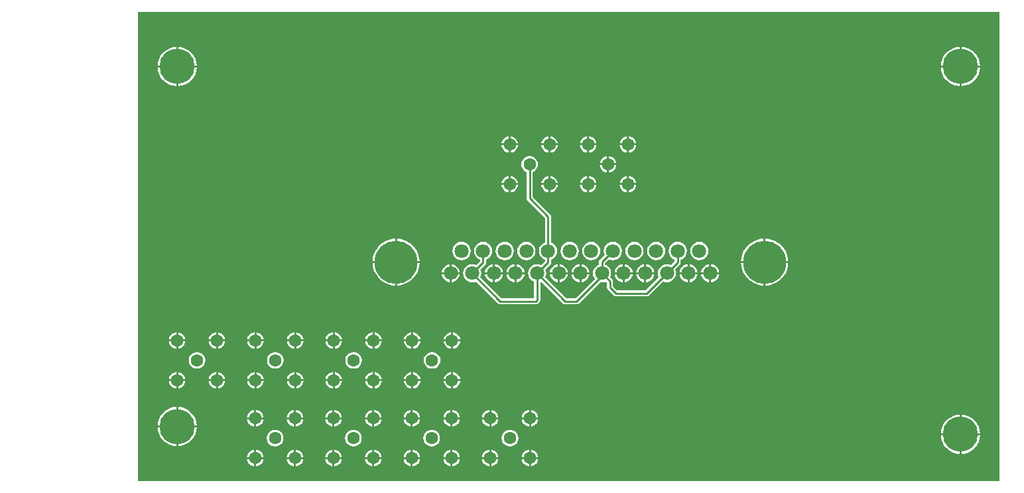
<source format=gbl>
G04*
G04 #@! TF.GenerationSoftware,Altium Limited,Altium Designer,19.1.5 (86)*
G04*
G04 Layer_Physical_Order=2*
G04 Layer_Color=16711680*
%FSLAX25Y25*%
%MOIN*%
G70*
G01*
G75*
%ADD11C,0.01000*%
%ADD16C,0.17717*%
%ADD17C,0.07087*%
%ADD18C,0.21654*%
%ADD19C,0.06299*%
G36*
X-57087Y-230807D02*
D01*
D02*
G37*
G36*
X433071Y-236220D02*
X433071Y-236220D01*
X-0D01*
X0Y0D01*
X433071D01*
Y-236220D01*
D02*
G37*
%LPC*%
G36*
X413886Y-17702D02*
Y-27059D01*
X423243D01*
X423101Y-25627D01*
X422538Y-23768D01*
X421622Y-22056D01*
X420390Y-20554D01*
X418889Y-19322D01*
X417177Y-18407D01*
X415318Y-17843D01*
X413886Y-17702D01*
D02*
G37*
G36*
X412886D02*
X411453Y-17843D01*
X409595Y-18407D01*
X407882Y-19322D01*
X406381Y-20554D01*
X405149Y-22056D01*
X404234Y-23768D01*
X403670Y-25627D01*
X403529Y-27059D01*
X412886D01*
Y-17702D01*
D02*
G37*
G36*
X20185D02*
Y-27059D01*
X29542D01*
X29401Y-25627D01*
X28837Y-23768D01*
X27922Y-22056D01*
X26690Y-20554D01*
X25188Y-19322D01*
X23476Y-18407D01*
X21618Y-17843D01*
X20185Y-17702D01*
D02*
G37*
G36*
X19185D02*
X17752Y-17843D01*
X15894Y-18407D01*
X14182Y-19322D01*
X12680Y-20554D01*
X11449Y-22056D01*
X10533Y-23768D01*
X9969Y-25627D01*
X9828Y-27059D01*
X19185D01*
Y-17702D01*
D02*
G37*
G36*
X423243Y-28059D02*
X413886D01*
Y-37416D01*
X415318Y-37275D01*
X417177Y-36711D01*
X418889Y-35796D01*
X420390Y-34564D01*
X421622Y-33062D01*
X422538Y-31350D01*
X423101Y-29492D01*
X423243Y-28059D01*
D02*
G37*
G36*
X412886D02*
X403529D01*
X403670Y-29492D01*
X404234Y-31350D01*
X405149Y-33062D01*
X406381Y-34564D01*
X407882Y-35796D01*
X409595Y-36711D01*
X411453Y-37275D01*
X412886Y-37416D01*
Y-28059D01*
D02*
G37*
G36*
X29542D02*
X20185D01*
Y-37416D01*
X21618Y-37275D01*
X23476Y-36711D01*
X25188Y-35796D01*
X26690Y-34564D01*
X27922Y-33062D01*
X28837Y-31350D01*
X29401Y-29492D01*
X29542Y-28059D01*
D02*
G37*
G36*
X19185D02*
X9828D01*
X9969Y-29492D01*
X10533Y-31350D01*
X11449Y-33062D01*
X12680Y-34564D01*
X14182Y-35796D01*
X15894Y-36711D01*
X17752Y-37275D01*
X19185Y-37416D01*
Y-28059D01*
D02*
G37*
G36*
X246721Y-62652D02*
Y-66272D01*
X250340D01*
X250263Y-65688D01*
X249845Y-64679D01*
X249180Y-63812D01*
X248313Y-63147D01*
X247304Y-62729D01*
X246721Y-62652D01*
D02*
G37*
G36*
X245721D02*
X245137Y-62729D01*
X244128Y-63147D01*
X243261Y-63812D01*
X242596Y-64679D01*
X242178Y-65688D01*
X242101Y-66272D01*
X245721D01*
Y-62652D01*
D02*
G37*
G36*
X226721D02*
Y-66272D01*
X230340D01*
X230263Y-65688D01*
X229845Y-64679D01*
X229180Y-63812D01*
X228313Y-63147D01*
X227304Y-62729D01*
X226721Y-62652D01*
D02*
G37*
G36*
X225721D02*
X225137Y-62729D01*
X224128Y-63147D01*
X223261Y-63812D01*
X222596Y-64679D01*
X222178Y-65688D01*
X222101Y-66272D01*
X225721D01*
Y-62652D01*
D02*
G37*
G36*
X207350D02*
Y-66272D01*
X210970D01*
X210893Y-65688D01*
X210475Y-64679D01*
X209810Y-63812D01*
X208943Y-63147D01*
X207934Y-62729D01*
X207350Y-62652D01*
D02*
G37*
G36*
X206350D02*
X205767Y-62729D01*
X204758Y-63147D01*
X203891Y-63812D01*
X203226Y-64679D01*
X202808Y-65688D01*
X202731Y-66272D01*
X206350D01*
Y-62652D01*
D02*
G37*
G36*
X187350D02*
Y-66272D01*
X190970D01*
X190893Y-65688D01*
X190475Y-64679D01*
X189810Y-63812D01*
X188943Y-63147D01*
X187934Y-62729D01*
X187350Y-62652D01*
D02*
G37*
G36*
X186350D02*
X185767Y-62729D01*
X184758Y-63147D01*
X183891Y-63812D01*
X183226Y-64679D01*
X182808Y-65688D01*
X182731Y-66272D01*
X186350D01*
Y-62652D01*
D02*
G37*
G36*
X250340Y-67272D02*
X246721D01*
Y-70891D01*
X247304Y-70814D01*
X248313Y-70396D01*
X249180Y-69731D01*
X249845Y-68864D01*
X250263Y-67855D01*
X250340Y-67272D01*
D02*
G37*
G36*
X245721D02*
X242101D01*
X242178Y-67855D01*
X242596Y-68864D01*
X243261Y-69731D01*
X244128Y-70396D01*
X245137Y-70814D01*
X245721Y-70891D01*
Y-67272D01*
D02*
G37*
G36*
X230340D02*
X226721D01*
Y-70891D01*
X227304Y-70814D01*
X228313Y-70396D01*
X229180Y-69731D01*
X229845Y-68864D01*
X230263Y-67855D01*
X230340Y-67272D01*
D02*
G37*
G36*
X225721D02*
X222101D01*
X222178Y-67855D01*
X222596Y-68864D01*
X223261Y-69731D01*
X224128Y-70396D01*
X225137Y-70814D01*
X225721Y-70891D01*
Y-67272D01*
D02*
G37*
G36*
X210970D02*
X207350D01*
Y-70891D01*
X207934Y-70814D01*
X208943Y-70396D01*
X209810Y-69731D01*
X210475Y-68864D01*
X210893Y-67855D01*
X210970Y-67272D01*
D02*
G37*
G36*
X206350D02*
X202731D01*
X202808Y-67855D01*
X203226Y-68864D01*
X203891Y-69731D01*
X204758Y-70396D01*
X205767Y-70814D01*
X206350Y-70891D01*
Y-67272D01*
D02*
G37*
G36*
X190970D02*
X187350D01*
Y-70891D01*
X187934Y-70814D01*
X188943Y-70396D01*
X189810Y-69731D01*
X190475Y-68864D01*
X190893Y-67855D01*
X190970Y-67272D01*
D02*
G37*
G36*
X186350D02*
X182731D01*
X182808Y-67855D01*
X183226Y-68864D01*
X183891Y-69731D01*
X184758Y-70396D01*
X185767Y-70814D01*
X186350Y-70891D01*
Y-67272D01*
D02*
G37*
G36*
X236721Y-72652D02*
Y-76272D01*
X240340D01*
X240263Y-75688D01*
X239845Y-74679D01*
X239180Y-73812D01*
X238313Y-73147D01*
X237304Y-72729D01*
X236721Y-72652D01*
D02*
G37*
G36*
X235721D02*
X235137Y-72729D01*
X234128Y-73147D01*
X233261Y-73812D01*
X232596Y-74679D01*
X232178Y-75688D01*
X232101Y-76272D01*
X235721D01*
Y-72652D01*
D02*
G37*
G36*
X240340Y-77272D02*
X236721D01*
Y-80891D01*
X237304Y-80814D01*
X238313Y-80396D01*
X239180Y-79731D01*
X239845Y-78864D01*
X240263Y-77855D01*
X240340Y-77272D01*
D02*
G37*
G36*
X235721D02*
X232101D01*
X232178Y-77855D01*
X232596Y-78864D01*
X233261Y-79731D01*
X234128Y-80396D01*
X235137Y-80814D01*
X235721Y-80891D01*
Y-77272D01*
D02*
G37*
G36*
X246721Y-82652D02*
Y-86272D01*
X250340D01*
X250263Y-85688D01*
X249845Y-84679D01*
X249180Y-83812D01*
X248313Y-83147D01*
X247304Y-82729D01*
X246721Y-82652D01*
D02*
G37*
G36*
X245721D02*
X245137Y-82729D01*
X244128Y-83147D01*
X243261Y-83812D01*
X242596Y-84679D01*
X242178Y-85688D01*
X242101Y-86272D01*
X245721D01*
Y-82652D01*
D02*
G37*
G36*
X226721D02*
Y-86272D01*
X230340D01*
X230263Y-85688D01*
X229845Y-84679D01*
X229180Y-83812D01*
X228313Y-83147D01*
X227304Y-82729D01*
X226721Y-82652D01*
D02*
G37*
G36*
X225721D02*
X225137Y-82729D01*
X224128Y-83147D01*
X223261Y-83812D01*
X222596Y-84679D01*
X222178Y-85688D01*
X222101Y-86272D01*
X225721D01*
Y-82652D01*
D02*
G37*
G36*
X207350D02*
Y-86272D01*
X210970D01*
X210893Y-85688D01*
X210475Y-84679D01*
X209810Y-83812D01*
X208943Y-83147D01*
X207934Y-82729D01*
X207350Y-82652D01*
D02*
G37*
G36*
X206350D02*
X205767Y-82729D01*
X204758Y-83147D01*
X203891Y-83812D01*
X203226Y-84679D01*
X202808Y-85688D01*
X202731Y-86272D01*
X206350D01*
Y-82652D01*
D02*
G37*
G36*
X187350D02*
Y-86272D01*
X190970D01*
X190893Y-85688D01*
X190475Y-84679D01*
X189810Y-83812D01*
X188943Y-83147D01*
X187934Y-82729D01*
X187350Y-82652D01*
D02*
G37*
G36*
X186350D02*
X185767Y-82729D01*
X184758Y-83147D01*
X183891Y-83812D01*
X183226Y-84679D01*
X182808Y-85688D01*
X182731Y-86272D01*
X186350D01*
Y-82652D01*
D02*
G37*
G36*
X250340Y-87272D02*
X246721D01*
Y-90891D01*
X247304Y-90814D01*
X248313Y-90396D01*
X249180Y-89731D01*
X249845Y-88864D01*
X250263Y-87855D01*
X250340Y-87272D01*
D02*
G37*
G36*
X245721D02*
X242101D01*
X242178Y-87855D01*
X242596Y-88864D01*
X243261Y-89731D01*
X244128Y-90396D01*
X245137Y-90814D01*
X245721Y-90891D01*
Y-87272D01*
D02*
G37*
G36*
X230340D02*
X226721D01*
Y-90891D01*
X227304Y-90814D01*
X228313Y-90396D01*
X229180Y-89731D01*
X229845Y-88864D01*
X230263Y-87855D01*
X230340Y-87272D01*
D02*
G37*
G36*
X225721D02*
X222101D01*
X222178Y-87855D01*
X222596Y-88864D01*
X223261Y-89731D01*
X224128Y-90396D01*
X225137Y-90814D01*
X225721Y-90891D01*
Y-87272D01*
D02*
G37*
G36*
X210970D02*
X207350D01*
Y-90891D01*
X207934Y-90814D01*
X208943Y-90396D01*
X209810Y-89731D01*
X210475Y-88864D01*
X210893Y-87855D01*
X210970Y-87272D01*
D02*
G37*
G36*
X206350D02*
X202731D01*
X202808Y-87855D01*
X203226Y-88864D01*
X203891Y-89731D01*
X204758Y-90396D01*
X205767Y-90814D01*
X206350Y-90891D01*
Y-87272D01*
D02*
G37*
G36*
X190970D02*
X187350D01*
Y-90891D01*
X187934Y-90814D01*
X188943Y-90396D01*
X189810Y-89731D01*
X190475Y-88864D01*
X190893Y-87855D01*
X190970Y-87272D01*
D02*
G37*
G36*
X186350D02*
X182731D01*
X182808Y-87855D01*
X183226Y-88864D01*
X183891Y-89731D01*
X184758Y-90396D01*
X185767Y-90814D01*
X186350Y-90891D01*
Y-87272D01*
D02*
G37*
G36*
X282149Y-115802D02*
X280963Y-115958D01*
X279858Y-116416D01*
X278909Y-117144D01*
X278181Y-118093D01*
X277723Y-119198D01*
X277567Y-120384D01*
X277723Y-121570D01*
X278181Y-122676D01*
X278909Y-123625D01*
X279858Y-124353D01*
X280963Y-124811D01*
X282149Y-124967D01*
X283335Y-124811D01*
X284440Y-124353D01*
X285389Y-123625D01*
X286118Y-122676D01*
X286576Y-121570D01*
X286732Y-120384D01*
X286576Y-119198D01*
X286118Y-118093D01*
X285389Y-117144D01*
X284440Y-116416D01*
X283335Y-115958D01*
X282149Y-115802D01*
D02*
G37*
G36*
X260415D02*
X259229Y-115958D01*
X258124Y-116416D01*
X257175Y-117144D01*
X256447Y-118093D01*
X255989Y-119198D01*
X255833Y-120384D01*
X255989Y-121570D01*
X256447Y-122676D01*
X257175Y-123625D01*
X258124Y-124353D01*
X259229Y-124811D01*
X260415Y-124967D01*
X261601Y-124811D01*
X262706Y-124353D01*
X263655Y-123625D01*
X264384Y-122676D01*
X264842Y-121570D01*
X264998Y-120384D01*
X264842Y-119198D01*
X264384Y-118093D01*
X263655Y-117144D01*
X262706Y-116416D01*
X261601Y-115958D01*
X260415Y-115802D01*
D02*
G37*
G36*
X249548D02*
X248362Y-115958D01*
X247257Y-116416D01*
X246308Y-117144D01*
X245580Y-118093D01*
X245122Y-119198D01*
X244966Y-120384D01*
X245122Y-121570D01*
X245580Y-122676D01*
X246308Y-123625D01*
X247257Y-124353D01*
X248362Y-124811D01*
X249548Y-124967D01*
X250734Y-124811D01*
X251839Y-124353D01*
X252788Y-123625D01*
X253517Y-122676D01*
X253975Y-121570D01*
X254131Y-120384D01*
X253975Y-119198D01*
X253517Y-118093D01*
X252788Y-117144D01*
X251839Y-116416D01*
X250734Y-115958D01*
X249548Y-115802D01*
D02*
G37*
G36*
X227814D02*
X226628Y-115958D01*
X225523Y-116416D01*
X224574Y-117144D01*
X223846Y-118093D01*
X223388Y-119198D01*
X223232Y-120384D01*
X223388Y-121570D01*
X223846Y-122676D01*
X224574Y-123625D01*
X225523Y-124353D01*
X226628Y-124811D01*
X227814Y-124967D01*
X229000Y-124811D01*
X230105Y-124353D01*
X231054Y-123625D01*
X231783Y-122676D01*
X232241Y-121570D01*
X232397Y-120384D01*
X232241Y-119198D01*
X231783Y-118093D01*
X231054Y-117144D01*
X230105Y-116416D01*
X229000Y-115958D01*
X227814Y-115802D01*
D02*
G37*
G36*
X216947D02*
X215761Y-115958D01*
X214656Y-116416D01*
X213707Y-117144D01*
X212979Y-118093D01*
X212521Y-119198D01*
X212365Y-120384D01*
X212521Y-121570D01*
X212979Y-122676D01*
X213707Y-123625D01*
X214656Y-124353D01*
X215761Y-124811D01*
X216947Y-124967D01*
X218133Y-124811D01*
X219238Y-124353D01*
X220187Y-123625D01*
X220916Y-122676D01*
X221374Y-121570D01*
X221530Y-120384D01*
X221374Y-119198D01*
X220916Y-118093D01*
X220187Y-117144D01*
X219238Y-116416D01*
X218133Y-115958D01*
X216947Y-115802D01*
D02*
G37*
G36*
X195213D02*
X194027Y-115958D01*
X192922Y-116416D01*
X191973Y-117144D01*
X191245Y-118093D01*
X190787Y-119198D01*
X190631Y-120384D01*
X190787Y-121570D01*
X191245Y-122676D01*
X191973Y-123625D01*
X192922Y-124353D01*
X194027Y-124811D01*
X195213Y-124967D01*
X196399Y-124811D01*
X197504Y-124353D01*
X198453Y-123625D01*
X199182Y-122676D01*
X199639Y-121570D01*
X199796Y-120384D01*
X199639Y-119198D01*
X199182Y-118093D01*
X198453Y-117144D01*
X197504Y-116416D01*
X196399Y-115958D01*
X195213Y-115802D01*
D02*
G37*
G36*
X184346D02*
X183160Y-115958D01*
X182055Y-116416D01*
X181106Y-117144D01*
X180378Y-118093D01*
X179920Y-119198D01*
X179764Y-120384D01*
X179920Y-121570D01*
X180378Y-122676D01*
X181106Y-123625D01*
X182055Y-124353D01*
X183160Y-124811D01*
X184346Y-124967D01*
X185532Y-124811D01*
X186637Y-124353D01*
X187586Y-123625D01*
X188315Y-122676D01*
X188772Y-121570D01*
X188929Y-120384D01*
X188772Y-119198D01*
X188315Y-118093D01*
X187586Y-117144D01*
X186637Y-116416D01*
X185532Y-115958D01*
X184346Y-115802D01*
D02*
G37*
G36*
X162612D02*
X161426Y-115958D01*
X160321Y-116416D01*
X159372Y-117144D01*
X158644Y-118093D01*
X158186Y-119198D01*
X158030Y-120384D01*
X158186Y-121570D01*
X158644Y-122676D01*
X159372Y-123625D01*
X160321Y-124353D01*
X161426Y-124811D01*
X162612Y-124967D01*
X163798Y-124811D01*
X164903Y-124353D01*
X165852Y-123625D01*
X166581Y-122676D01*
X167039Y-121570D01*
X167195Y-120384D01*
X167039Y-119198D01*
X166581Y-118093D01*
X165852Y-117144D01*
X164903Y-116416D01*
X163798Y-115958D01*
X162612Y-115802D01*
D02*
G37*
G36*
X315461Y-114160D02*
Y-125484D01*
X326785D01*
X326678Y-124128D01*
X326243Y-122318D01*
X325531Y-120598D01*
X324558Y-119011D01*
X323349Y-117596D01*
X321934Y-116387D01*
X320346Y-115414D01*
X318626Y-114701D01*
X316816Y-114267D01*
X315461Y-114160D01*
D02*
G37*
G36*
X130264D02*
Y-125484D01*
X141588D01*
X141481Y-124128D01*
X141047Y-122318D01*
X140334Y-120598D01*
X139361Y-119011D01*
X138152Y-117596D01*
X136737Y-116387D01*
X135150Y-115414D01*
X133430Y-114701D01*
X131620Y-114267D01*
X130264Y-114160D01*
D02*
G37*
G36*
X129264D02*
X127908Y-114267D01*
X126098Y-114701D01*
X124378Y-115414D01*
X122791Y-116387D01*
X121375Y-117596D01*
X120166Y-119011D01*
X119193Y-120598D01*
X118481Y-122318D01*
X118046Y-124128D01*
X117940Y-125484D01*
X129264D01*
Y-114160D01*
D02*
G37*
G36*
X314461D02*
X313105Y-114267D01*
X311295Y-114701D01*
X309575Y-115414D01*
X307987Y-116387D01*
X306572Y-117596D01*
X305363Y-119011D01*
X304390Y-120598D01*
X303678Y-122318D01*
X303243Y-124128D01*
X303137Y-125484D01*
X314461D01*
Y-114160D01*
D02*
G37*
G36*
X196850Y-72586D02*
X195767Y-72729D01*
X194758Y-73147D01*
X193891Y-73812D01*
X193226Y-74679D01*
X192808Y-75688D01*
X192665Y-76772D01*
X192808Y-77855D01*
X193226Y-78864D01*
X193891Y-79731D01*
X194758Y-80396D01*
X195321Y-80630D01*
Y-93857D01*
X195437Y-94442D01*
X195769Y-94938D01*
X204551Y-103720D01*
Y-116100D01*
X203789Y-116416D01*
X202840Y-117144D01*
X202112Y-118093D01*
X201654Y-119198D01*
X201498Y-120384D01*
X201654Y-121570D01*
X202112Y-122676D01*
X202840Y-123625D01*
X203789Y-124353D01*
X204551Y-124668D01*
Y-125501D01*
X202578Y-127473D01*
X201816Y-127158D01*
X200630Y-127002D01*
X199444Y-127158D01*
X198339Y-127616D01*
X197390Y-128344D01*
X196662Y-129293D01*
X196204Y-130398D01*
X196048Y-131584D01*
X196204Y-132770D01*
X196662Y-133876D01*
X197390Y-134825D01*
X198339Y-135553D01*
X199101Y-135868D01*
Y-144140D01*
X182748D01*
X172140Y-133532D01*
X172456Y-132770D01*
X172612Y-131584D01*
X172456Y-130398D01*
X172140Y-129636D01*
X174561Y-127216D01*
X174892Y-126719D01*
X175009Y-126134D01*
Y-124668D01*
X175770Y-124353D01*
X176719Y-123625D01*
X177448Y-122676D01*
X177905Y-121570D01*
X178062Y-120384D01*
X177905Y-119198D01*
X177448Y-118093D01*
X176719Y-117144D01*
X175770Y-116416D01*
X174665Y-115958D01*
X173479Y-115802D01*
X172293Y-115958D01*
X171188Y-116416D01*
X170239Y-117144D01*
X169511Y-118093D01*
X169053Y-119198D01*
X168897Y-120384D01*
X169053Y-121570D01*
X169511Y-122676D01*
X170239Y-123625D01*
X171188Y-124353D01*
X171950Y-124668D01*
Y-125501D01*
X169977Y-127473D01*
X169215Y-127158D01*
X168029Y-127002D01*
X166843Y-127158D01*
X165738Y-127616D01*
X164789Y-128344D01*
X164061Y-129293D01*
X163603Y-130398D01*
X163447Y-131584D01*
X163603Y-132770D01*
X164061Y-133876D01*
X164789Y-134825D01*
X165738Y-135553D01*
X166843Y-136011D01*
X168029Y-136167D01*
X169215Y-136011D01*
X169977Y-135695D01*
X181033Y-146751D01*
X181529Y-147082D01*
X182114Y-147199D01*
X200044D01*
X200630Y-147082D01*
X201126Y-146751D01*
X201712Y-146165D01*
X202043Y-145669D01*
X202160Y-145083D01*
Y-135892D01*
X202595Y-135712D01*
X213634Y-146751D01*
X214130Y-147082D01*
X214715Y-147199D01*
X220472D01*
X221058Y-147082D01*
X221554Y-146751D01*
X232265Y-136040D01*
X233231Y-136167D01*
X234417Y-136011D01*
X235179Y-135695D01*
X235747Y-136263D01*
Y-138851D01*
X235864Y-139437D01*
X236195Y-139933D01*
X239076Y-142814D01*
X239572Y-143145D01*
X240158Y-143262D01*
X255684D01*
X256269Y-143145D01*
X256766Y-142814D01*
X263884Y-135695D01*
X264646Y-136011D01*
X265832Y-136167D01*
X267018Y-136011D01*
X268123Y-135553D01*
X269073Y-134825D01*
X269801Y-133876D01*
X270258Y-132770D01*
X270415Y-131584D01*
X270258Y-130398D01*
X269943Y-129636D01*
X272364Y-127216D01*
X272695Y-126719D01*
X272812Y-126134D01*
Y-124668D01*
X273573Y-124353D01*
X274522Y-123625D01*
X275251Y-122676D01*
X275709Y-121570D01*
X275865Y-120384D01*
X275709Y-119198D01*
X275251Y-118093D01*
X274522Y-117144D01*
X273573Y-116416D01*
X272468Y-115958D01*
X271282Y-115802D01*
X270096Y-115958D01*
X268991Y-116416D01*
X268042Y-117144D01*
X267314Y-118093D01*
X266856Y-119198D01*
X266700Y-120384D01*
X266856Y-121570D01*
X267314Y-122676D01*
X268042Y-123625D01*
X268991Y-124353D01*
X269753Y-124668D01*
Y-125501D01*
X267780Y-127473D01*
X267018Y-127158D01*
X265832Y-127002D01*
X264646Y-127158D01*
X263541Y-127616D01*
X262592Y-128344D01*
X261864Y-129293D01*
X261406Y-130398D01*
X261250Y-131584D01*
X261406Y-132770D01*
X261721Y-133532D01*
X255051Y-140203D01*
X240791D01*
X238806Y-138218D01*
Y-135630D01*
X238690Y-135044D01*
X238358Y-134548D01*
X237342Y-133532D01*
X237657Y-132770D01*
X237814Y-131584D01*
X237657Y-130398D01*
X237200Y-129293D01*
X236472Y-128344D01*
X235522Y-127616D01*
X234761Y-127300D01*
Y-126468D01*
X236733Y-124495D01*
X237495Y-124811D01*
X238681Y-124967D01*
X239867Y-124811D01*
X240972Y-124353D01*
X241921Y-123625D01*
X242650Y-122676D01*
X243108Y-121570D01*
X243264Y-120384D01*
X243108Y-119198D01*
X242650Y-118093D01*
X241921Y-117144D01*
X240972Y-116416D01*
X239867Y-115958D01*
X238681Y-115802D01*
X237495Y-115958D01*
X236390Y-116416D01*
X235441Y-117144D01*
X234713Y-118093D01*
X234255Y-119198D01*
X234099Y-120384D01*
X234255Y-121570D01*
X234570Y-122332D01*
X232150Y-124753D01*
X231818Y-125249D01*
X231702Y-125834D01*
Y-127300D01*
X230940Y-127616D01*
X229991Y-128344D01*
X229263Y-129293D01*
X228805Y-130398D01*
X228649Y-131584D01*
X228805Y-132770D01*
X229263Y-133876D01*
X229628Y-134351D01*
X219839Y-144140D01*
X215349D01*
X204741Y-133532D01*
X205057Y-132770D01*
X205213Y-131584D01*
X205057Y-130398D01*
X204741Y-129636D01*
X207162Y-127216D01*
X207493Y-126719D01*
X207610Y-126134D01*
Y-124668D01*
X208371Y-124353D01*
X209320Y-123625D01*
X210049Y-122676D01*
X210507Y-121570D01*
X210663Y-120384D01*
X210507Y-119198D01*
X210049Y-118093D01*
X209320Y-117144D01*
X208371Y-116416D01*
X207610Y-116100D01*
Y-103086D01*
X207493Y-102501D01*
X207162Y-102005D01*
X198380Y-93223D01*
Y-80630D01*
X198943Y-80396D01*
X199810Y-79731D01*
X200475Y-78864D01*
X200893Y-77855D01*
X201036Y-76772D01*
X200893Y-75688D01*
X200475Y-74679D01*
X199810Y-73812D01*
X198943Y-73147D01*
X197934Y-72729D01*
X196850Y-72586D01*
D02*
G37*
G36*
X288066Y-127068D02*
Y-131084D01*
X292083D01*
X291992Y-130398D01*
X291535Y-129293D01*
X290807Y-128344D01*
X289857Y-127616D01*
X288752Y-127158D01*
X288066Y-127068D01*
D02*
G37*
G36*
X287066D02*
X286380Y-127158D01*
X285275Y-127616D01*
X284326Y-128344D01*
X283598Y-129293D01*
X283140Y-130398D01*
X283050Y-131084D01*
X287066D01*
Y-127068D01*
D02*
G37*
G36*
X277199D02*
Y-131084D01*
X281216D01*
X281125Y-130398D01*
X280668Y-129293D01*
X279940Y-128344D01*
X278990Y-127616D01*
X277885Y-127158D01*
X277199Y-127068D01*
D02*
G37*
G36*
X276199D02*
X275513Y-127158D01*
X274408Y-127616D01*
X273459Y-128344D01*
X272731Y-129293D01*
X272273Y-130398D01*
X272182Y-131084D01*
X276199D01*
Y-127068D01*
D02*
G37*
G36*
X255465D02*
Y-131084D01*
X259482D01*
X259391Y-130398D01*
X258934Y-129293D01*
X258206Y-128344D01*
X257256Y-127616D01*
X256151Y-127158D01*
X255465Y-127068D01*
D02*
G37*
G36*
X254465D02*
X253779Y-127158D01*
X252674Y-127616D01*
X251725Y-128344D01*
X250997Y-129293D01*
X250539Y-130398D01*
X250448Y-131084D01*
X254465D01*
Y-127068D01*
D02*
G37*
G36*
X244598D02*
Y-131084D01*
X248615D01*
X248524Y-130398D01*
X248067Y-129293D01*
X247339Y-128344D01*
X246389Y-127616D01*
X245284Y-127158D01*
X244598Y-127068D01*
D02*
G37*
G36*
X243598D02*
X242912Y-127158D01*
X241807Y-127616D01*
X240858Y-128344D01*
X240130Y-129293D01*
X239672Y-130398D01*
X239581Y-131084D01*
X243598D01*
Y-127068D01*
D02*
G37*
G36*
X222864D02*
Y-131084D01*
X226881D01*
X226790Y-130398D01*
X226333Y-129293D01*
X225605Y-128344D01*
X224655Y-127616D01*
X223550Y-127158D01*
X222864Y-127068D01*
D02*
G37*
G36*
X221864D02*
X221178Y-127158D01*
X220073Y-127616D01*
X219124Y-128344D01*
X218396Y-129293D01*
X217938Y-130398D01*
X217847Y-131084D01*
X221864D01*
Y-127068D01*
D02*
G37*
G36*
X211997D02*
Y-131084D01*
X216014D01*
X215924Y-130398D01*
X215466Y-129293D01*
X214738Y-128344D01*
X213788Y-127616D01*
X212683Y-127158D01*
X211997Y-127068D01*
D02*
G37*
G36*
X210997D02*
X210311Y-127158D01*
X209206Y-127616D01*
X208257Y-128344D01*
X207529Y-129293D01*
X207071Y-130398D01*
X206980Y-131084D01*
X210997D01*
Y-127068D01*
D02*
G37*
G36*
X190263D02*
Y-131084D01*
X194280D01*
X194190Y-130398D01*
X193732Y-129293D01*
X193003Y-128344D01*
X192054Y-127616D01*
X190949Y-127158D01*
X190263Y-127068D01*
D02*
G37*
G36*
X189263D02*
X188577Y-127158D01*
X187472Y-127616D01*
X186523Y-128344D01*
X185795Y-129293D01*
X185337Y-130398D01*
X185247Y-131084D01*
X189263D01*
Y-127068D01*
D02*
G37*
G36*
X179396D02*
Y-131084D01*
X183413D01*
X183323Y-130398D01*
X182865Y-129293D01*
X182136Y-128344D01*
X181187Y-127616D01*
X180082Y-127158D01*
X179396Y-127068D01*
D02*
G37*
G36*
X178396D02*
X177710Y-127158D01*
X176605Y-127616D01*
X175656Y-128344D01*
X174928Y-129293D01*
X174470Y-130398D01*
X174380Y-131084D01*
X178396D01*
Y-127068D01*
D02*
G37*
G36*
X157662D02*
Y-131084D01*
X161679D01*
X161589Y-130398D01*
X161131Y-129293D01*
X160403Y-128344D01*
X159453Y-127616D01*
X158348Y-127158D01*
X157662Y-127068D01*
D02*
G37*
G36*
X156662D02*
X155976Y-127158D01*
X154871Y-127616D01*
X153922Y-128344D01*
X153194Y-129293D01*
X152736Y-130398D01*
X152646Y-131084D01*
X156662D01*
Y-127068D01*
D02*
G37*
G36*
X292083Y-132084D02*
X288066D01*
Y-136101D01*
X288752Y-136011D01*
X289857Y-135553D01*
X290807Y-134825D01*
X291535Y-133876D01*
X291992Y-132770D01*
X292083Y-132084D01*
D02*
G37*
G36*
X287066D02*
X283050D01*
X283140Y-132770D01*
X283598Y-133876D01*
X284326Y-134825D01*
X285275Y-135553D01*
X286380Y-136011D01*
X287066Y-136101D01*
Y-132084D01*
D02*
G37*
G36*
X281216D02*
X277199D01*
Y-136101D01*
X277885Y-136011D01*
X278990Y-135553D01*
X279940Y-134825D01*
X280668Y-133876D01*
X281125Y-132770D01*
X281216Y-132084D01*
D02*
G37*
G36*
X276199D02*
X272182D01*
X272273Y-132770D01*
X272731Y-133876D01*
X273459Y-134825D01*
X274408Y-135553D01*
X275513Y-136011D01*
X276199Y-136101D01*
Y-132084D01*
D02*
G37*
G36*
X259482D02*
X255465D01*
Y-136101D01*
X256151Y-136011D01*
X257256Y-135553D01*
X258206Y-134825D01*
X258934Y-133876D01*
X259391Y-132770D01*
X259482Y-132084D01*
D02*
G37*
G36*
X254465D02*
X250448D01*
X250539Y-132770D01*
X250997Y-133876D01*
X251725Y-134825D01*
X252674Y-135553D01*
X253779Y-136011D01*
X254465Y-136101D01*
Y-132084D01*
D02*
G37*
G36*
X248615D02*
X244598D01*
Y-136101D01*
X245284Y-136011D01*
X246389Y-135553D01*
X247339Y-134825D01*
X248067Y-133876D01*
X248524Y-132770D01*
X248615Y-132084D01*
D02*
G37*
G36*
X243598D02*
X239581D01*
X239672Y-132770D01*
X240130Y-133876D01*
X240858Y-134825D01*
X241807Y-135553D01*
X242912Y-136011D01*
X243598Y-136101D01*
Y-132084D01*
D02*
G37*
G36*
X226881D02*
X222864D01*
Y-136101D01*
X223550Y-136011D01*
X224655Y-135553D01*
X225605Y-134825D01*
X226333Y-133876D01*
X226790Y-132770D01*
X226881Y-132084D01*
D02*
G37*
G36*
X221864D02*
X217847D01*
X217938Y-132770D01*
X218396Y-133876D01*
X219124Y-134825D01*
X220073Y-135553D01*
X221178Y-136011D01*
X221864Y-136101D01*
Y-132084D01*
D02*
G37*
G36*
X216014D02*
X211997D01*
Y-136101D01*
X212683Y-136011D01*
X213788Y-135553D01*
X214738Y-134825D01*
X215466Y-133876D01*
X215924Y-132770D01*
X216014Y-132084D01*
D02*
G37*
G36*
X210997D02*
X206980D01*
X207071Y-132770D01*
X207529Y-133876D01*
X208257Y-134825D01*
X209206Y-135553D01*
X210311Y-136011D01*
X210997Y-136101D01*
Y-132084D01*
D02*
G37*
G36*
X194280D02*
X190263D01*
Y-136101D01*
X190949Y-136011D01*
X192054Y-135553D01*
X193003Y-134825D01*
X193732Y-133876D01*
X194190Y-132770D01*
X194280Y-132084D01*
D02*
G37*
G36*
X189263D02*
X185247D01*
X185337Y-132770D01*
X185795Y-133876D01*
X186523Y-134825D01*
X187472Y-135553D01*
X188577Y-136011D01*
X189263Y-136101D01*
Y-132084D01*
D02*
G37*
G36*
X183413D02*
X179396D01*
Y-136101D01*
X180082Y-136011D01*
X181187Y-135553D01*
X182136Y-134825D01*
X182865Y-133876D01*
X183323Y-132770D01*
X183413Y-132084D01*
D02*
G37*
G36*
X178396D02*
X174380D01*
X174470Y-132770D01*
X174928Y-133876D01*
X175656Y-134825D01*
X176605Y-135553D01*
X177710Y-136011D01*
X178396Y-136101D01*
Y-132084D01*
D02*
G37*
G36*
X161679D02*
X157662D01*
Y-136101D01*
X158348Y-136011D01*
X159453Y-135553D01*
X160403Y-134825D01*
X161131Y-133876D01*
X161589Y-132770D01*
X161679Y-132084D01*
D02*
G37*
G36*
X156662D02*
X152646D01*
X152736Y-132770D01*
X153194Y-133876D01*
X153922Y-134825D01*
X154871Y-135553D01*
X155976Y-136011D01*
X156662Y-136101D01*
Y-132084D01*
D02*
G37*
G36*
X326785Y-126484D02*
X315461D01*
Y-137808D01*
X316816Y-137701D01*
X318626Y-137267D01*
X320346Y-136555D01*
X321934Y-135582D01*
X323349Y-134373D01*
X324558Y-132957D01*
X325531Y-131370D01*
X326243Y-129650D01*
X326678Y-127840D01*
X326785Y-126484D01*
D02*
G37*
G36*
X141588D02*
X130264D01*
Y-137808D01*
X131620Y-137701D01*
X133430Y-137267D01*
X135150Y-136555D01*
X136737Y-135582D01*
X138152Y-134373D01*
X139361Y-132957D01*
X140334Y-131370D01*
X141047Y-129650D01*
X141481Y-127840D01*
X141588Y-126484D01*
D02*
G37*
G36*
X314461D02*
X303137D01*
X303243Y-127840D01*
X303678Y-129650D01*
X304390Y-131370D01*
X305363Y-132957D01*
X306572Y-134373D01*
X307987Y-135582D01*
X309575Y-136555D01*
X311295Y-137267D01*
X313105Y-137701D01*
X314461Y-137808D01*
Y-126484D01*
D02*
G37*
G36*
X129264D02*
X117940D01*
X118046Y-127840D01*
X118481Y-129650D01*
X119193Y-131370D01*
X120166Y-132957D01*
X121375Y-134373D01*
X122791Y-135582D01*
X124378Y-136555D01*
X126098Y-137267D01*
X127908Y-137701D01*
X129264Y-137808D01*
Y-126484D01*
D02*
G37*
G36*
X158295Y-161235D02*
Y-164854D01*
X161915D01*
X161838Y-164271D01*
X161420Y-163261D01*
X160755Y-162395D01*
X159888Y-161730D01*
X158878Y-161311D01*
X158295Y-161235D01*
D02*
G37*
G36*
X157295D02*
X156712Y-161311D01*
X155702Y-161730D01*
X154836Y-162395D01*
X154171Y-163261D01*
X153752Y-164271D01*
X153676Y-164854D01*
X157295D01*
Y-161235D01*
D02*
G37*
G36*
X138295D02*
Y-164854D01*
X141915D01*
X141838Y-164271D01*
X141420Y-163261D01*
X140755Y-162395D01*
X139888Y-161730D01*
X138878Y-161311D01*
X138295Y-161235D01*
D02*
G37*
G36*
X137295D02*
X136712Y-161311D01*
X135703Y-161730D01*
X134836Y-162395D01*
X134170Y-163261D01*
X133752Y-164271D01*
X133676Y-164854D01*
X137295D01*
Y-161235D01*
D02*
G37*
G36*
X118925D02*
Y-164854D01*
X122545D01*
X122468Y-164271D01*
X122050Y-163261D01*
X121385Y-162395D01*
X120518Y-161730D01*
X119508Y-161311D01*
X118925Y-161235D01*
D02*
G37*
G36*
X117925D02*
X117342Y-161311D01*
X116332Y-161730D01*
X115466Y-162395D01*
X114801Y-163261D01*
X114382Y-164271D01*
X114306Y-164854D01*
X117925D01*
Y-161235D01*
D02*
G37*
G36*
X98925D02*
Y-164854D01*
X102545D01*
X102468Y-164271D01*
X102050Y-163261D01*
X101385Y-162395D01*
X100518Y-161730D01*
X99508Y-161311D01*
X98925Y-161235D01*
D02*
G37*
G36*
X97925D02*
X97342Y-161311D01*
X96333Y-161730D01*
X95466Y-162395D01*
X94801Y-163261D01*
X94382Y-164271D01*
X94306Y-164854D01*
X97925D01*
Y-161235D01*
D02*
G37*
G36*
X79555D02*
Y-164854D01*
X83175D01*
X83098Y-164271D01*
X82680Y-163261D01*
X82015Y-162395D01*
X81148Y-161730D01*
X80138Y-161311D01*
X79555Y-161235D01*
D02*
G37*
G36*
X78555D02*
X77972Y-161311D01*
X76963Y-161730D01*
X76096Y-162395D01*
X75431Y-163261D01*
X75012Y-164271D01*
X74936Y-164854D01*
X78555D01*
Y-161235D01*
D02*
G37*
G36*
X59555D02*
Y-164854D01*
X63175D01*
X63098Y-164271D01*
X62680Y-163261D01*
X62015Y-162395D01*
X61148Y-161730D01*
X60138Y-161311D01*
X59555Y-161235D01*
D02*
G37*
G36*
X58555D02*
X57972Y-161311D01*
X56963Y-161730D01*
X56096Y-162395D01*
X55431Y-163261D01*
X55012Y-164271D01*
X54936Y-164854D01*
X58555D01*
Y-161235D01*
D02*
G37*
G36*
X40185D02*
Y-164854D01*
X43805D01*
X43728Y-164271D01*
X43310Y-163261D01*
X42645Y-162395D01*
X41778Y-161730D01*
X40768Y-161311D01*
X40185Y-161235D01*
D02*
G37*
G36*
X39185D02*
X38602Y-161311D01*
X37592Y-161730D01*
X36725Y-162395D01*
X36060Y-163261D01*
X35642Y-164271D01*
X35565Y-164854D01*
X39185D01*
Y-161235D01*
D02*
G37*
G36*
X20185D02*
Y-164854D01*
X23805D01*
X23728Y-164271D01*
X23310Y-163261D01*
X22645Y-162395D01*
X21778Y-161730D01*
X20768Y-161311D01*
X20185Y-161235D01*
D02*
G37*
G36*
X19185D02*
X18602Y-161311D01*
X17592Y-161730D01*
X16725Y-162395D01*
X16060Y-163261D01*
X15642Y-164271D01*
X15565Y-164854D01*
X19185D01*
Y-161235D01*
D02*
G37*
G36*
X161915Y-165854D02*
X158295D01*
Y-169474D01*
X158878Y-169397D01*
X159888Y-168979D01*
X160755Y-168314D01*
X161420Y-167447D01*
X161838Y-166437D01*
X161915Y-165854D01*
D02*
G37*
G36*
X157295D02*
X153676D01*
X153752Y-166437D01*
X154171Y-167447D01*
X154836Y-168314D01*
X155702Y-168979D01*
X156712Y-169397D01*
X157295Y-169474D01*
Y-165854D01*
D02*
G37*
G36*
X141915D02*
X138295D01*
Y-169474D01*
X138878Y-169397D01*
X139888Y-168979D01*
X140755Y-168314D01*
X141420Y-167447D01*
X141838Y-166437D01*
X141915Y-165854D01*
D02*
G37*
G36*
X137295D02*
X133676D01*
X133752Y-166437D01*
X134170Y-167447D01*
X134836Y-168314D01*
X135703Y-168979D01*
X136712Y-169397D01*
X137295Y-169474D01*
Y-165854D01*
D02*
G37*
G36*
X122545D02*
X118925D01*
Y-169474D01*
X119508Y-169397D01*
X120518Y-168979D01*
X121385Y-168314D01*
X122050Y-167447D01*
X122468Y-166437D01*
X122545Y-165854D01*
D02*
G37*
G36*
X117925D02*
X114306D01*
X114382Y-166437D01*
X114801Y-167447D01*
X115466Y-168314D01*
X116332Y-168979D01*
X117342Y-169397D01*
X117925Y-169474D01*
Y-165854D01*
D02*
G37*
G36*
X102545D02*
X98925D01*
Y-169474D01*
X99508Y-169397D01*
X100518Y-168979D01*
X101385Y-168314D01*
X102050Y-167447D01*
X102468Y-166437D01*
X102545Y-165854D01*
D02*
G37*
G36*
X97925D02*
X94306D01*
X94382Y-166437D01*
X94801Y-167447D01*
X95466Y-168314D01*
X96333Y-168979D01*
X97342Y-169397D01*
X97925Y-169474D01*
Y-165854D01*
D02*
G37*
G36*
X83175D02*
X79555D01*
Y-169474D01*
X80138Y-169397D01*
X81148Y-168979D01*
X82015Y-168314D01*
X82680Y-167447D01*
X83098Y-166437D01*
X83175Y-165854D01*
D02*
G37*
G36*
X78555D02*
X74936D01*
X75012Y-166437D01*
X75431Y-167447D01*
X76096Y-168314D01*
X76963Y-168979D01*
X77972Y-169397D01*
X78555Y-169474D01*
Y-165854D01*
D02*
G37*
G36*
X63175D02*
X59555D01*
Y-169474D01*
X60138Y-169397D01*
X61148Y-168979D01*
X62015Y-168314D01*
X62680Y-167447D01*
X63098Y-166437D01*
X63175Y-165854D01*
D02*
G37*
G36*
X58555D02*
X54936D01*
X55012Y-166437D01*
X55431Y-167447D01*
X56096Y-168314D01*
X56963Y-168979D01*
X57972Y-169397D01*
X58555Y-169474D01*
Y-165854D01*
D02*
G37*
G36*
X43805D02*
X40185D01*
Y-169474D01*
X40768Y-169397D01*
X41778Y-168979D01*
X42645Y-168314D01*
X43310Y-167447D01*
X43728Y-166437D01*
X43805Y-165854D01*
D02*
G37*
G36*
X39185D02*
X35565D01*
X35642Y-166437D01*
X36060Y-167447D01*
X36725Y-168314D01*
X37592Y-168979D01*
X38602Y-169397D01*
X39185Y-169474D01*
Y-165854D01*
D02*
G37*
G36*
X23805D02*
X20185D01*
Y-169474D01*
X20768Y-169397D01*
X21778Y-168979D01*
X22645Y-168314D01*
X23310Y-167447D01*
X23728Y-166437D01*
X23805Y-165854D01*
D02*
G37*
G36*
X19185D02*
X15565D01*
X15642Y-166437D01*
X16060Y-167447D01*
X16725Y-168314D01*
X17592Y-168979D01*
X18602Y-169397D01*
X19185Y-169474D01*
Y-165854D01*
D02*
G37*
G36*
X147795Y-171169D02*
X146712Y-171311D01*
X145703Y-171730D01*
X144836Y-172395D01*
X144170Y-173261D01*
X143752Y-174271D01*
X143610Y-175354D01*
X143752Y-176437D01*
X144170Y-177447D01*
X144836Y-178314D01*
X145703Y-178979D01*
X146712Y-179397D01*
X147795Y-179540D01*
X148878Y-179397D01*
X149888Y-178979D01*
X150755Y-178314D01*
X151420Y-177447D01*
X151838Y-176437D01*
X151981Y-175354D01*
X151838Y-174271D01*
X151420Y-173261D01*
X150755Y-172395D01*
X149888Y-171730D01*
X148878Y-171311D01*
X147795Y-171169D01*
D02*
G37*
G36*
X108425D02*
X107342Y-171311D01*
X106333Y-171730D01*
X105466Y-172395D01*
X104800Y-173261D01*
X104382Y-174271D01*
X104240Y-175354D01*
X104382Y-176437D01*
X104800Y-177447D01*
X105466Y-178314D01*
X106333Y-178979D01*
X107342Y-179397D01*
X108425Y-179540D01*
X109508Y-179397D01*
X110518Y-178979D01*
X111385Y-178314D01*
X112050Y-177447D01*
X112468Y-176437D01*
X112611Y-175354D01*
X112468Y-174271D01*
X112050Y-173261D01*
X111385Y-172395D01*
X110518Y-171730D01*
X109508Y-171311D01*
X108425Y-171169D01*
D02*
G37*
G36*
X69055D02*
X67972Y-171311D01*
X66962Y-171730D01*
X66096Y-172395D01*
X65430Y-173261D01*
X65012Y-174271D01*
X64870Y-175354D01*
X65012Y-176437D01*
X65430Y-177447D01*
X66096Y-178314D01*
X66962Y-178979D01*
X67972Y-179397D01*
X69055Y-179540D01*
X70138Y-179397D01*
X71148Y-178979D01*
X72015Y-178314D01*
X72680Y-177447D01*
X73098Y-176437D01*
X73241Y-175354D01*
X73098Y-174271D01*
X72680Y-173261D01*
X72015Y-172395D01*
X71148Y-171730D01*
X70138Y-171311D01*
X69055Y-171169D01*
D02*
G37*
G36*
X29685D02*
X28602Y-171311D01*
X27592Y-171730D01*
X26725Y-172395D01*
X26060Y-173261D01*
X25642Y-174271D01*
X25500Y-175354D01*
X25642Y-176437D01*
X26060Y-177447D01*
X26725Y-178314D01*
X27592Y-178979D01*
X28602Y-179397D01*
X29685Y-179540D01*
X30768Y-179397D01*
X31778Y-178979D01*
X32645Y-178314D01*
X33310Y-177447D01*
X33728Y-176437D01*
X33870Y-175354D01*
X33728Y-174271D01*
X33310Y-173261D01*
X32645Y-172395D01*
X31778Y-171730D01*
X30768Y-171311D01*
X29685Y-171169D01*
D02*
G37*
G36*
X158295Y-181235D02*
Y-184854D01*
X161915D01*
X161838Y-184271D01*
X161420Y-183262D01*
X160755Y-182395D01*
X159888Y-181730D01*
X158878Y-181311D01*
X158295Y-181235D01*
D02*
G37*
G36*
X157295D02*
X156712Y-181311D01*
X155702Y-181730D01*
X154836Y-182395D01*
X154171Y-183262D01*
X153752Y-184271D01*
X153676Y-184854D01*
X157295D01*
Y-181235D01*
D02*
G37*
G36*
X138295D02*
Y-184854D01*
X141915D01*
X141838Y-184271D01*
X141420Y-183262D01*
X140755Y-182395D01*
X139888Y-181730D01*
X138878Y-181311D01*
X138295Y-181235D01*
D02*
G37*
G36*
X137295D02*
X136712Y-181311D01*
X135703Y-181730D01*
X134836Y-182395D01*
X134170Y-183262D01*
X133752Y-184271D01*
X133676Y-184854D01*
X137295D01*
Y-181235D01*
D02*
G37*
G36*
X118925D02*
Y-184854D01*
X122545D01*
X122468Y-184271D01*
X122050Y-183262D01*
X121385Y-182395D01*
X120518Y-181730D01*
X119508Y-181311D01*
X118925Y-181235D01*
D02*
G37*
G36*
X117925D02*
X117342Y-181311D01*
X116332Y-181730D01*
X115466Y-182395D01*
X114801Y-183262D01*
X114382Y-184271D01*
X114306Y-184854D01*
X117925D01*
Y-181235D01*
D02*
G37*
G36*
X98925D02*
Y-184854D01*
X102545D01*
X102468Y-184271D01*
X102050Y-183262D01*
X101385Y-182395D01*
X100518Y-181730D01*
X99508Y-181311D01*
X98925Y-181235D01*
D02*
G37*
G36*
X97925D02*
X97342Y-181311D01*
X96333Y-181730D01*
X95466Y-182395D01*
X94801Y-183262D01*
X94382Y-184271D01*
X94306Y-184854D01*
X97925D01*
Y-181235D01*
D02*
G37*
G36*
X79555D02*
Y-184854D01*
X83175D01*
X83098Y-184271D01*
X82680Y-183262D01*
X82015Y-182395D01*
X81148Y-181730D01*
X80138Y-181311D01*
X79555Y-181235D01*
D02*
G37*
G36*
X78555D02*
X77972Y-181311D01*
X76963Y-181730D01*
X76096Y-182395D01*
X75431Y-183262D01*
X75012Y-184271D01*
X74936Y-184854D01*
X78555D01*
Y-181235D01*
D02*
G37*
G36*
X59555D02*
Y-184854D01*
X63175D01*
X63098Y-184271D01*
X62680Y-183262D01*
X62015Y-182395D01*
X61148Y-181730D01*
X60138Y-181311D01*
X59555Y-181235D01*
D02*
G37*
G36*
X58555D02*
X57972Y-181311D01*
X56963Y-181730D01*
X56096Y-182395D01*
X55431Y-183262D01*
X55012Y-184271D01*
X54936Y-184854D01*
X58555D01*
Y-181235D01*
D02*
G37*
G36*
X40185D02*
Y-184854D01*
X43805D01*
X43728Y-184271D01*
X43310Y-183262D01*
X42645Y-182395D01*
X41778Y-181730D01*
X40768Y-181311D01*
X40185Y-181235D01*
D02*
G37*
G36*
X39185D02*
X38602Y-181311D01*
X37592Y-181730D01*
X36725Y-182395D01*
X36060Y-183262D01*
X35642Y-184271D01*
X35565Y-184854D01*
X39185D01*
Y-181235D01*
D02*
G37*
G36*
X20185D02*
Y-184854D01*
X23805D01*
X23728Y-184271D01*
X23310Y-183262D01*
X22645Y-182395D01*
X21778Y-181730D01*
X20768Y-181311D01*
X20185Y-181235D01*
D02*
G37*
G36*
X19185D02*
X18602Y-181311D01*
X17592Y-181730D01*
X16725Y-182395D01*
X16060Y-183262D01*
X15642Y-184271D01*
X15565Y-184854D01*
X19185D01*
Y-181235D01*
D02*
G37*
G36*
X161915Y-185854D02*
X158295D01*
Y-189474D01*
X158878Y-189397D01*
X159888Y-188979D01*
X160755Y-188314D01*
X161420Y-187447D01*
X161838Y-186437D01*
X161915Y-185854D01*
D02*
G37*
G36*
X157295D02*
X153676D01*
X153752Y-186437D01*
X154171Y-187447D01*
X154836Y-188314D01*
X155702Y-188979D01*
X156712Y-189397D01*
X157295Y-189474D01*
Y-185854D01*
D02*
G37*
G36*
X141915D02*
X138295D01*
Y-189474D01*
X138878Y-189397D01*
X139888Y-188979D01*
X140755Y-188314D01*
X141420Y-187447D01*
X141838Y-186437D01*
X141915Y-185854D01*
D02*
G37*
G36*
X137295D02*
X133676D01*
X133752Y-186437D01*
X134170Y-187447D01*
X134836Y-188314D01*
X135703Y-188979D01*
X136712Y-189397D01*
X137295Y-189474D01*
Y-185854D01*
D02*
G37*
G36*
X122545D02*
X118925D01*
Y-189474D01*
X119508Y-189397D01*
X120518Y-188979D01*
X121385Y-188314D01*
X122050Y-187447D01*
X122468Y-186437D01*
X122545Y-185854D01*
D02*
G37*
G36*
X117925D02*
X114306D01*
X114382Y-186437D01*
X114801Y-187447D01*
X115466Y-188314D01*
X116332Y-188979D01*
X117342Y-189397D01*
X117925Y-189474D01*
Y-185854D01*
D02*
G37*
G36*
X102545D02*
X98925D01*
Y-189474D01*
X99508Y-189397D01*
X100518Y-188979D01*
X101385Y-188314D01*
X102050Y-187447D01*
X102468Y-186437D01*
X102545Y-185854D01*
D02*
G37*
G36*
X97925D02*
X94306D01*
X94382Y-186437D01*
X94801Y-187447D01*
X95466Y-188314D01*
X96333Y-188979D01*
X97342Y-189397D01*
X97925Y-189474D01*
Y-185854D01*
D02*
G37*
G36*
X83175D02*
X79555D01*
Y-189474D01*
X80138Y-189397D01*
X81148Y-188979D01*
X82015Y-188314D01*
X82680Y-187447D01*
X83098Y-186437D01*
X83175Y-185854D01*
D02*
G37*
G36*
X78555D02*
X74936D01*
X75012Y-186437D01*
X75431Y-187447D01*
X76096Y-188314D01*
X76963Y-188979D01*
X77972Y-189397D01*
X78555Y-189474D01*
Y-185854D01*
D02*
G37*
G36*
X63175D02*
X59555D01*
Y-189474D01*
X60138Y-189397D01*
X61148Y-188979D01*
X62015Y-188314D01*
X62680Y-187447D01*
X63098Y-186437D01*
X63175Y-185854D01*
D02*
G37*
G36*
X58555D02*
X54936D01*
X55012Y-186437D01*
X55431Y-187447D01*
X56096Y-188314D01*
X56963Y-188979D01*
X57972Y-189397D01*
X58555Y-189474D01*
Y-185854D01*
D02*
G37*
G36*
X43805D02*
X40185D01*
Y-189474D01*
X40768Y-189397D01*
X41778Y-188979D01*
X42645Y-188314D01*
X43310Y-187447D01*
X43728Y-186437D01*
X43805Y-185854D01*
D02*
G37*
G36*
X39185D02*
X35565D01*
X35642Y-186437D01*
X36060Y-187447D01*
X36725Y-188314D01*
X37592Y-188979D01*
X38602Y-189397D01*
X39185Y-189474D01*
Y-185854D01*
D02*
G37*
G36*
X23805D02*
X20185D01*
Y-189474D01*
X20768Y-189397D01*
X21778Y-188979D01*
X22645Y-188314D01*
X23310Y-187447D01*
X23728Y-186437D01*
X23805Y-185854D01*
D02*
G37*
G36*
X19185D02*
X15565D01*
X15642Y-186437D01*
X16060Y-187447D01*
X16725Y-188314D01*
X17592Y-188979D01*
X18602Y-189397D01*
X19185Y-189474D01*
Y-185854D01*
D02*
G37*
G36*
X197508Y-200447D02*
Y-204067D01*
X201128D01*
X201051Y-203484D01*
X200633Y-202474D01*
X199968Y-201607D01*
X199101Y-200942D01*
X198091Y-200524D01*
X197508Y-200447D01*
D02*
G37*
G36*
X196508D02*
X195925Y-200524D01*
X194915Y-200942D01*
X194048Y-201607D01*
X193383Y-202474D01*
X192965Y-203484D01*
X192888Y-204067D01*
X196508D01*
Y-200447D01*
D02*
G37*
G36*
X177508D02*
Y-204067D01*
X181128D01*
X181051Y-203484D01*
X180633Y-202474D01*
X179967Y-201607D01*
X179101Y-200942D01*
X178091Y-200524D01*
X177508Y-200447D01*
D02*
G37*
G36*
X176508D02*
X175925Y-200524D01*
X174915Y-200942D01*
X174048Y-201607D01*
X173383Y-202474D01*
X172965Y-203484D01*
X172888Y-204067D01*
X176508D01*
Y-200447D01*
D02*
G37*
G36*
X158138D02*
Y-204067D01*
X161758D01*
X161681Y-203484D01*
X161263Y-202474D01*
X160598Y-201607D01*
X159731Y-200942D01*
X158721Y-200524D01*
X158138Y-200447D01*
D02*
G37*
G36*
X157138D02*
X156555Y-200524D01*
X155545Y-200942D01*
X154678Y-201607D01*
X154013Y-202474D01*
X153595Y-203484D01*
X153518Y-204067D01*
X157138D01*
Y-200447D01*
D02*
G37*
G36*
X138138D02*
Y-204067D01*
X141758D01*
X141681Y-203484D01*
X141263Y-202474D01*
X140597Y-201607D01*
X139731Y-200942D01*
X138721Y-200524D01*
X138138Y-200447D01*
D02*
G37*
G36*
X137138D02*
X136555Y-200524D01*
X135545Y-200942D01*
X134678Y-201607D01*
X134013Y-202474D01*
X133595Y-203484D01*
X133518Y-204067D01*
X137138D01*
Y-200447D01*
D02*
G37*
G36*
X118768D02*
Y-204067D01*
X122387D01*
X122311Y-203484D01*
X121892Y-202474D01*
X121227Y-201607D01*
X120361Y-200942D01*
X119351Y-200524D01*
X118768Y-200447D01*
D02*
G37*
G36*
X117768D02*
X117184Y-200524D01*
X116175Y-200942D01*
X115308Y-201607D01*
X114643Y-202474D01*
X114225Y-203484D01*
X114148Y-204067D01*
X117768D01*
Y-200447D01*
D02*
G37*
G36*
X98768D02*
Y-204067D01*
X102387D01*
X102311Y-203484D01*
X101892Y-202474D01*
X101227Y-201607D01*
X100361Y-200942D01*
X99351Y-200524D01*
X98768Y-200447D01*
D02*
G37*
G36*
X97768D02*
X97184Y-200524D01*
X96175Y-200942D01*
X95308Y-201607D01*
X94643Y-202474D01*
X94225Y-203484D01*
X94148Y-204067D01*
X97768D01*
Y-200447D01*
D02*
G37*
G36*
X79398D02*
Y-204067D01*
X83017D01*
X82941Y-203484D01*
X82522Y-202474D01*
X81857Y-201607D01*
X80990Y-200942D01*
X79981Y-200524D01*
X79398Y-200447D01*
D02*
G37*
G36*
X78398D02*
X77815Y-200524D01*
X76805Y-200942D01*
X75938Y-201607D01*
X75273Y-202474D01*
X74855Y-203484D01*
X74778Y-204067D01*
X78398D01*
Y-200447D01*
D02*
G37*
G36*
X59398D02*
Y-204067D01*
X63017D01*
X62941Y-203484D01*
X62522Y-202474D01*
X61857Y-201607D01*
X60991Y-200942D01*
X59981Y-200524D01*
X59398Y-200447D01*
D02*
G37*
G36*
X58398D02*
X57815Y-200524D01*
X56805Y-200942D01*
X55938Y-201607D01*
X55273Y-202474D01*
X54855Y-203484D01*
X54778Y-204067D01*
X58398D01*
Y-200447D01*
D02*
G37*
G36*
X20185Y-198805D02*
Y-208161D01*
X29542D01*
X29401Y-206729D01*
X28837Y-204871D01*
X27922Y-203158D01*
X26690Y-201657D01*
X25188Y-200425D01*
X23476Y-199510D01*
X21618Y-198946D01*
X20185Y-198805D01*
D02*
G37*
G36*
X19185D02*
X17752Y-198946D01*
X15894Y-199510D01*
X14182Y-200425D01*
X12680Y-201657D01*
X11449Y-203158D01*
X10533Y-204871D01*
X9969Y-206729D01*
X9828Y-208161D01*
X19185D01*
Y-198805D01*
D02*
G37*
G36*
X201128Y-205067D02*
X197508D01*
Y-208686D01*
X198091Y-208610D01*
X199101Y-208191D01*
X199968Y-207526D01*
X200633Y-206660D01*
X201051Y-205650D01*
X201128Y-205067D01*
D02*
G37*
G36*
X196508D02*
X192888D01*
X192965Y-205650D01*
X193383Y-206660D01*
X194048Y-207526D01*
X194915Y-208191D01*
X195925Y-208610D01*
X196508Y-208686D01*
Y-205067D01*
D02*
G37*
G36*
X181128D02*
X177508D01*
Y-208686D01*
X178091Y-208610D01*
X179101Y-208191D01*
X179967Y-207526D01*
X180633Y-206660D01*
X181051Y-205650D01*
X181128Y-205067D01*
D02*
G37*
G36*
X176508D02*
X172888D01*
X172965Y-205650D01*
X173383Y-206660D01*
X174048Y-207526D01*
X174915Y-208191D01*
X175925Y-208610D01*
X176508Y-208686D01*
Y-205067D01*
D02*
G37*
G36*
X161758D02*
X158138D01*
Y-208686D01*
X158721Y-208610D01*
X159731Y-208191D01*
X160598Y-207526D01*
X161263Y-206660D01*
X161681Y-205650D01*
X161758Y-205067D01*
D02*
G37*
G36*
X157138D02*
X153518D01*
X153595Y-205650D01*
X154013Y-206660D01*
X154678Y-207526D01*
X155545Y-208191D01*
X156555Y-208610D01*
X157138Y-208686D01*
Y-205067D01*
D02*
G37*
G36*
X141758D02*
X138138D01*
Y-208686D01*
X138721Y-208610D01*
X139731Y-208191D01*
X140597Y-207526D01*
X141263Y-206660D01*
X141681Y-205650D01*
X141758Y-205067D01*
D02*
G37*
G36*
X137138D02*
X133518D01*
X133595Y-205650D01*
X134013Y-206660D01*
X134678Y-207526D01*
X135545Y-208191D01*
X136555Y-208610D01*
X137138Y-208686D01*
Y-205067D01*
D02*
G37*
G36*
X122387D02*
X118768D01*
Y-208686D01*
X119351Y-208610D01*
X120361Y-208191D01*
X121227Y-207526D01*
X121892Y-206660D01*
X122311Y-205650D01*
X122387Y-205067D01*
D02*
G37*
G36*
X117768D02*
X114148D01*
X114225Y-205650D01*
X114643Y-206660D01*
X115308Y-207526D01*
X116175Y-208191D01*
X117184Y-208610D01*
X117768Y-208686D01*
Y-205067D01*
D02*
G37*
G36*
X102387D02*
X98768D01*
Y-208686D01*
X99351Y-208610D01*
X100361Y-208191D01*
X101227Y-207526D01*
X101892Y-206660D01*
X102311Y-205650D01*
X102387Y-205067D01*
D02*
G37*
G36*
X97768D02*
X94148D01*
X94225Y-205650D01*
X94643Y-206660D01*
X95308Y-207526D01*
X96175Y-208191D01*
X97184Y-208610D01*
X97768Y-208686D01*
Y-205067D01*
D02*
G37*
G36*
X83017D02*
X79398D01*
Y-208686D01*
X79981Y-208610D01*
X80990Y-208191D01*
X81857Y-207526D01*
X82522Y-206660D01*
X82941Y-205650D01*
X83017Y-205067D01*
D02*
G37*
G36*
X78398D02*
X74778D01*
X74855Y-205650D01*
X75273Y-206660D01*
X75938Y-207526D01*
X76805Y-208191D01*
X77815Y-208610D01*
X78398Y-208686D01*
Y-205067D01*
D02*
G37*
G36*
X63017D02*
X59398D01*
Y-208686D01*
X59981Y-208610D01*
X60991Y-208191D01*
X61857Y-207526D01*
X62522Y-206660D01*
X62941Y-205650D01*
X63017Y-205067D01*
D02*
G37*
G36*
X58398D02*
X54778D01*
X54855Y-205650D01*
X55273Y-206660D01*
X55938Y-207526D01*
X56805Y-208191D01*
X57815Y-208610D01*
X58398Y-208686D01*
Y-205067D01*
D02*
G37*
G36*
X413886Y-202742D02*
Y-212098D01*
X423243D01*
X423101Y-210666D01*
X422538Y-208808D01*
X421622Y-207095D01*
X420390Y-205594D01*
X418889Y-204362D01*
X417177Y-203447D01*
X415318Y-202883D01*
X413886Y-202742D01*
D02*
G37*
G36*
X412886D02*
X411453Y-202883D01*
X409595Y-203447D01*
X407882Y-204362D01*
X406381Y-205594D01*
X405149Y-207095D01*
X404234Y-208808D01*
X403670Y-210666D01*
X403529Y-212098D01*
X412886D01*
Y-202742D01*
D02*
G37*
G36*
X29542Y-209161D02*
X20185D01*
Y-218518D01*
X21618Y-218377D01*
X23476Y-217813D01*
X25188Y-216898D01*
X26690Y-215666D01*
X27922Y-214165D01*
X28837Y-212452D01*
X29401Y-210594D01*
X29542Y-209161D01*
D02*
G37*
G36*
X19185D02*
X9828D01*
X9969Y-210594D01*
X10533Y-212452D01*
X11449Y-214165D01*
X12680Y-215666D01*
X14182Y-216898D01*
X15894Y-217813D01*
X17752Y-218377D01*
X19185Y-218518D01*
Y-209161D01*
D02*
G37*
G36*
X187008Y-210381D02*
X185925Y-210524D01*
X184915Y-210942D01*
X184048Y-211607D01*
X183383Y-212474D01*
X182965Y-213484D01*
X182823Y-214567D01*
X182965Y-215650D01*
X183383Y-216659D01*
X184048Y-217526D01*
X184915Y-218192D01*
X185925Y-218610D01*
X187008Y-218752D01*
X188091Y-218610D01*
X189101Y-218192D01*
X189968Y-217526D01*
X190633Y-216659D01*
X191051Y-215650D01*
X191193Y-214567D01*
X191051Y-213484D01*
X190633Y-212474D01*
X189968Y-211607D01*
X189101Y-210942D01*
X188091Y-210524D01*
X187008Y-210381D01*
D02*
G37*
G36*
X147638D02*
X146555Y-210524D01*
X145545Y-210942D01*
X144678Y-211607D01*
X144013Y-212474D01*
X143595Y-213484D01*
X143453Y-214567D01*
X143595Y-215650D01*
X144013Y-216659D01*
X144678Y-217526D01*
X145545Y-218192D01*
X146555Y-218610D01*
X147638Y-218752D01*
X148721Y-218610D01*
X149731Y-218192D01*
X150598Y-217526D01*
X151263Y-216659D01*
X151681Y-215650D01*
X151823Y-214567D01*
X151681Y-213484D01*
X151263Y-212474D01*
X150598Y-211607D01*
X149731Y-210942D01*
X148721Y-210524D01*
X147638Y-210381D01*
D02*
G37*
G36*
X108268D02*
X107185Y-210524D01*
X106175Y-210942D01*
X105308Y-211607D01*
X104643Y-212474D01*
X104225Y-213484D01*
X104082Y-214567D01*
X104225Y-215650D01*
X104643Y-216659D01*
X105308Y-217526D01*
X106175Y-218192D01*
X107185Y-218610D01*
X108268Y-218752D01*
X109351Y-218610D01*
X110361Y-218192D01*
X111227Y-217526D01*
X111892Y-216659D01*
X112311Y-215650D01*
X112453Y-214567D01*
X112311Y-213484D01*
X111892Y-212474D01*
X111227Y-211607D01*
X110361Y-210942D01*
X109351Y-210524D01*
X108268Y-210381D01*
D02*
G37*
G36*
X68898D02*
X67814Y-210524D01*
X66805Y-210942D01*
X65938Y-211607D01*
X65273Y-212474D01*
X64855Y-213484D01*
X64712Y-214567D01*
X64855Y-215650D01*
X65273Y-216659D01*
X65938Y-217526D01*
X66805Y-218192D01*
X67814Y-218610D01*
X68898Y-218752D01*
X69981Y-218610D01*
X70991Y-218192D01*
X71857Y-217526D01*
X72522Y-216659D01*
X72941Y-215650D01*
X73083Y-214567D01*
X72941Y-213484D01*
X72522Y-212474D01*
X71857Y-211607D01*
X70991Y-210942D01*
X69981Y-210524D01*
X68898Y-210381D01*
D02*
G37*
G36*
X423243Y-213098D02*
X413886D01*
Y-222455D01*
X415318Y-222314D01*
X417177Y-221750D01*
X418889Y-220835D01*
X420390Y-219603D01*
X421622Y-218102D01*
X422538Y-216389D01*
X423101Y-214531D01*
X423243Y-213098D01*
D02*
G37*
G36*
X412886D02*
X403529D01*
X403670Y-214531D01*
X404234Y-216389D01*
X405149Y-218102D01*
X406381Y-219603D01*
X407882Y-220835D01*
X409595Y-221750D01*
X411453Y-222314D01*
X412886Y-222455D01*
Y-213098D01*
D02*
G37*
G36*
X197508Y-220447D02*
Y-224067D01*
X201128D01*
X201051Y-223484D01*
X200633Y-222474D01*
X199968Y-221607D01*
X199101Y-220942D01*
X198091Y-220524D01*
X197508Y-220447D01*
D02*
G37*
G36*
X196508D02*
X195925Y-220524D01*
X194915Y-220942D01*
X194048Y-221607D01*
X193383Y-222474D01*
X192965Y-223484D01*
X192888Y-224067D01*
X196508D01*
Y-220447D01*
D02*
G37*
G36*
X177508D02*
Y-224067D01*
X181128D01*
X181051Y-223484D01*
X180633Y-222474D01*
X179967Y-221607D01*
X179101Y-220942D01*
X178091Y-220524D01*
X177508Y-220447D01*
D02*
G37*
G36*
X176508D02*
X175925Y-220524D01*
X174915Y-220942D01*
X174048Y-221607D01*
X173383Y-222474D01*
X172965Y-223484D01*
X172888Y-224067D01*
X176508D01*
Y-220447D01*
D02*
G37*
G36*
X158138D02*
Y-224067D01*
X161758D01*
X161681Y-223484D01*
X161263Y-222474D01*
X160598Y-221607D01*
X159731Y-220942D01*
X158721Y-220524D01*
X158138Y-220447D01*
D02*
G37*
G36*
X157138D02*
X156555Y-220524D01*
X155545Y-220942D01*
X154678Y-221607D01*
X154013Y-222474D01*
X153595Y-223484D01*
X153518Y-224067D01*
X157138D01*
Y-220447D01*
D02*
G37*
G36*
X138138D02*
Y-224067D01*
X141758D01*
X141681Y-223484D01*
X141263Y-222474D01*
X140597Y-221607D01*
X139731Y-220942D01*
X138721Y-220524D01*
X138138Y-220447D01*
D02*
G37*
G36*
X137138D02*
X136555Y-220524D01*
X135545Y-220942D01*
X134678Y-221607D01*
X134013Y-222474D01*
X133595Y-223484D01*
X133518Y-224067D01*
X137138D01*
Y-220447D01*
D02*
G37*
G36*
X118768D02*
Y-224067D01*
X122387D01*
X122311Y-223484D01*
X121892Y-222474D01*
X121227Y-221607D01*
X120361Y-220942D01*
X119351Y-220524D01*
X118768Y-220447D01*
D02*
G37*
G36*
X117768D02*
X117184Y-220524D01*
X116175Y-220942D01*
X115308Y-221607D01*
X114643Y-222474D01*
X114225Y-223484D01*
X114148Y-224067D01*
X117768D01*
Y-220447D01*
D02*
G37*
G36*
X98768D02*
Y-224067D01*
X102387D01*
X102311Y-223484D01*
X101892Y-222474D01*
X101227Y-221607D01*
X100361Y-220942D01*
X99351Y-220524D01*
X98768Y-220447D01*
D02*
G37*
G36*
X97768D02*
X97184Y-220524D01*
X96175Y-220942D01*
X95308Y-221607D01*
X94643Y-222474D01*
X94225Y-223484D01*
X94148Y-224067D01*
X97768D01*
Y-220447D01*
D02*
G37*
G36*
X79398D02*
Y-224067D01*
X83017D01*
X82941Y-223484D01*
X82522Y-222474D01*
X81857Y-221607D01*
X80990Y-220942D01*
X79981Y-220524D01*
X79398Y-220447D01*
D02*
G37*
G36*
X78398D02*
X77815Y-220524D01*
X76805Y-220942D01*
X75938Y-221607D01*
X75273Y-222474D01*
X74855Y-223484D01*
X74778Y-224067D01*
X78398D01*
Y-220447D01*
D02*
G37*
G36*
X59398D02*
Y-224067D01*
X63017D01*
X62941Y-223484D01*
X62522Y-222474D01*
X61857Y-221607D01*
X60991Y-220942D01*
X59981Y-220524D01*
X59398Y-220447D01*
D02*
G37*
G36*
X58398D02*
X57815Y-220524D01*
X56805Y-220942D01*
X55938Y-221607D01*
X55273Y-222474D01*
X54855Y-223484D01*
X54778Y-224067D01*
X58398D01*
Y-220447D01*
D02*
G37*
G36*
X201128Y-225067D02*
X197508D01*
Y-228686D01*
X198091Y-228610D01*
X199101Y-228191D01*
X199968Y-227526D01*
X200633Y-226659D01*
X201051Y-225650D01*
X201128Y-225067D01*
D02*
G37*
G36*
X196508D02*
X192888D01*
X192965Y-225650D01*
X193383Y-226659D01*
X194048Y-227526D01*
X194915Y-228191D01*
X195925Y-228610D01*
X196508Y-228686D01*
Y-225067D01*
D02*
G37*
G36*
X181128D02*
X177508D01*
Y-228686D01*
X178091Y-228610D01*
X179101Y-228191D01*
X179967Y-227526D01*
X180633Y-226659D01*
X181051Y-225650D01*
X181128Y-225067D01*
D02*
G37*
G36*
X176508D02*
X172888D01*
X172965Y-225650D01*
X173383Y-226659D01*
X174048Y-227526D01*
X174915Y-228191D01*
X175925Y-228610D01*
X176508Y-228686D01*
Y-225067D01*
D02*
G37*
G36*
X161758D02*
X158138D01*
Y-228686D01*
X158721Y-228610D01*
X159731Y-228191D01*
X160598Y-227526D01*
X161263Y-226659D01*
X161681Y-225650D01*
X161758Y-225067D01*
D02*
G37*
G36*
X157138D02*
X153518D01*
X153595Y-225650D01*
X154013Y-226659D01*
X154678Y-227526D01*
X155545Y-228191D01*
X156555Y-228610D01*
X157138Y-228686D01*
Y-225067D01*
D02*
G37*
G36*
X141758D02*
X138138D01*
Y-228686D01*
X138721Y-228610D01*
X139731Y-228191D01*
X140597Y-227526D01*
X141263Y-226659D01*
X141681Y-225650D01*
X141758Y-225067D01*
D02*
G37*
G36*
X137138D02*
X133518D01*
X133595Y-225650D01*
X134013Y-226659D01*
X134678Y-227526D01*
X135545Y-228191D01*
X136555Y-228610D01*
X137138Y-228686D01*
Y-225067D01*
D02*
G37*
G36*
X122387D02*
X118768D01*
Y-228686D01*
X119351Y-228610D01*
X120361Y-228191D01*
X121227Y-227526D01*
X121892Y-226659D01*
X122311Y-225650D01*
X122387Y-225067D01*
D02*
G37*
G36*
X117768D02*
X114148D01*
X114225Y-225650D01*
X114643Y-226659D01*
X115308Y-227526D01*
X116175Y-228191D01*
X117184Y-228610D01*
X117768Y-228686D01*
Y-225067D01*
D02*
G37*
G36*
X102387D02*
X98768D01*
Y-228686D01*
X99351Y-228610D01*
X100361Y-228191D01*
X101227Y-227526D01*
X101892Y-226659D01*
X102311Y-225650D01*
X102387Y-225067D01*
D02*
G37*
G36*
X97768D02*
X94148D01*
X94225Y-225650D01*
X94643Y-226659D01*
X95308Y-227526D01*
X96175Y-228191D01*
X97184Y-228610D01*
X97768Y-228686D01*
Y-225067D01*
D02*
G37*
G36*
X83017D02*
X79398D01*
Y-228686D01*
X79981Y-228610D01*
X80990Y-228191D01*
X81857Y-227526D01*
X82522Y-226659D01*
X82941Y-225650D01*
X83017Y-225067D01*
D02*
G37*
G36*
X78398D02*
X74778D01*
X74855Y-225650D01*
X75273Y-226659D01*
X75938Y-227526D01*
X76805Y-228191D01*
X77815Y-228610D01*
X78398Y-228686D01*
Y-225067D01*
D02*
G37*
G36*
X63017D02*
X59398D01*
Y-228686D01*
X59981Y-228610D01*
X60991Y-228191D01*
X61857Y-227526D01*
X62522Y-226659D01*
X62941Y-225650D01*
X63017Y-225067D01*
D02*
G37*
G36*
X58398D02*
X54778D01*
X54855Y-225650D01*
X55273Y-226659D01*
X55938Y-227526D01*
X56805Y-228191D01*
X57815Y-228610D01*
X58398Y-228686D01*
Y-225067D01*
D02*
G37*
%LPD*%
D11*
X220472Y-145669D02*
X233231Y-132911D01*
Y-131584D01*
X214715Y-145669D02*
X220472D01*
X200630Y-131584D02*
X214715Y-145669D01*
X200630Y-145083D02*
Y-131584D01*
X200044Y-145669D02*
X200630Y-145083D01*
X182114Y-145669D02*
X200044D01*
X168029Y-131584D02*
X182114Y-145669D01*
X196850Y-93857D02*
Y-76772D01*
Y-93857D02*
X206080Y-103086D01*
Y-120384D02*
Y-103086D01*
X168029Y-131584D02*
X173479Y-126134D01*
Y-120384D01*
X200630Y-131584D02*
X206080Y-126134D01*
Y-120384D01*
X233231Y-131584D02*
Y-125834D01*
X238681Y-120384D01*
X237277Y-138851D02*
X240158Y-141732D01*
X237277Y-138851D02*
Y-135630D01*
X233231Y-131584D02*
X237277Y-135630D01*
X240158Y-141732D02*
X255684D01*
X265832Y-131584D01*
X271282Y-126134D01*
Y-120384D01*
D16*
X19685Y-208661D02*
D03*
Y-27559D02*
D03*
X413386Y-212598D02*
D03*
Y-27559D02*
D03*
D17*
X282149Y-120384D02*
D03*
X271282D02*
D03*
X260415D02*
D03*
X249548D02*
D03*
X238681D02*
D03*
X227814D02*
D03*
X216947D02*
D03*
X206080D02*
D03*
X195213D02*
D03*
X184346D02*
D03*
X173479D02*
D03*
X162612D02*
D03*
X287566Y-131584D02*
D03*
X276699D02*
D03*
X265832D02*
D03*
X254965D02*
D03*
X244098D02*
D03*
X233231D02*
D03*
X222364D02*
D03*
X211497D02*
D03*
X200630D02*
D03*
X189763D02*
D03*
X178896D02*
D03*
X168029D02*
D03*
X157162D02*
D03*
D18*
X129764Y-125984D02*
D03*
X314961D02*
D03*
D19*
X187008Y-214567D02*
D03*
X177008Y-204567D02*
D03*
Y-224567D02*
D03*
X197008D02*
D03*
Y-204567D02*
D03*
X147638Y-214567D02*
D03*
X137638Y-204567D02*
D03*
Y-224567D02*
D03*
X157638D02*
D03*
Y-204567D02*
D03*
X108268Y-214567D02*
D03*
X98268Y-204567D02*
D03*
Y-224567D02*
D03*
X118268D02*
D03*
Y-204567D02*
D03*
X68898Y-214567D02*
D03*
X58898Y-204567D02*
D03*
Y-224567D02*
D03*
X78898D02*
D03*
Y-204567D02*
D03*
X157795Y-165354D02*
D03*
Y-185354D02*
D03*
X137795D02*
D03*
Y-165354D02*
D03*
X147795Y-175354D02*
D03*
X118425Y-165354D02*
D03*
Y-185354D02*
D03*
X98425D02*
D03*
Y-165354D02*
D03*
X108425Y-175354D02*
D03*
X79055Y-165354D02*
D03*
Y-185354D02*
D03*
X59055D02*
D03*
Y-165354D02*
D03*
X69055Y-175354D02*
D03*
X39685Y-165354D02*
D03*
Y-185354D02*
D03*
X19685D02*
D03*
Y-165354D02*
D03*
X29685Y-175354D02*
D03*
X206850Y-66772D02*
D03*
Y-86772D02*
D03*
X186850D02*
D03*
Y-66772D02*
D03*
X196850Y-76772D02*
D03*
X246221Y-66772D02*
D03*
Y-86772D02*
D03*
X226221D02*
D03*
Y-66772D02*
D03*
X236221Y-76772D02*
D03*
M02*

</source>
